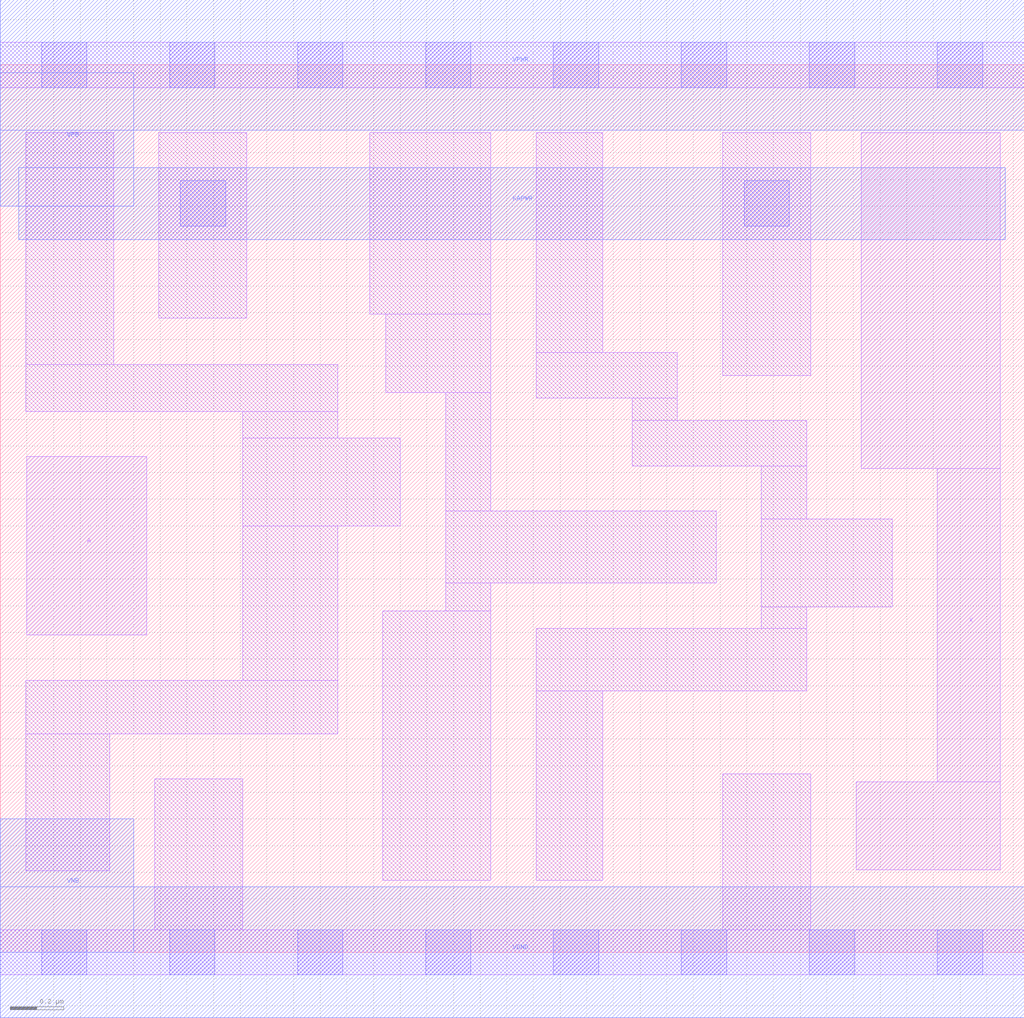
<source format=lef>
# Copyright 2020 The SkyWater PDK Authors
#
# Licensed under the Apache License, Version 2.0 (the "License");
# you may not use this file except in compliance with the License.
# You may obtain a copy of the License at
#
#     https://www.apache.org/licenses/LICENSE-2.0
#
# Unless required by applicable law or agreed to in writing, software
# distributed under the License is distributed on an "AS IS" BASIS,
# WITHOUT WARRANTIES OR CONDITIONS OF ANY KIND, either express or implied.
# See the License for the specific language governing permissions and
# limitations under the License.
#
# SPDX-License-Identifier: Apache-2.0

VERSION 5.5 ;
NAMESCASESENSITIVE ON ;
BUSBITCHARS "[]" ;
DIVIDERCHAR "/" ;
MACRO sky130_fd_sc_lp__dlybuf4s50kapwr_1
  CLASS CORE ;
  SOURCE USER ;
  ORIGIN  0.000000  0.000000 ;
  SIZE  3.840000 BY  3.330000 ;
  SYMMETRY X Y ;
  SITE unit ;
  PIN A
    ANTENNAGATEAREA  0.252000 ;
    DIRECTION INPUT ;
    USE SIGNAL ;
    PORT
      LAYER li1 ;
        RECT 0.100000 1.190000 0.550000 1.860000 ;
    END
  END A
  PIN X
    ANTENNADIFFAREA  0.445200 ;
    DIRECTION OUTPUT ;
    USE SIGNAL ;
    PORT
      LAYER li1 ;
        RECT 3.210000 0.310000 3.750000 0.640000 ;
        RECT 3.230000 1.815000 3.750000 3.075000 ;
        RECT 3.515000 0.640000 3.750000 1.815000 ;
    END
  END X
  PIN KAPWR
    DIRECTION INOUT ;
    USE POWER ;
    PORT
      LAYER met1 ;
        RECT 0.070000 2.675000 3.770000 2.945000 ;
    END
  END KAPWR
  PIN VGND
    DIRECTION INOUT ;
    USE GROUND ;
    PORT
      LAYER met1 ;
        RECT 0.000000 -0.245000 3.840000 0.245000 ;
    END
  END VGND
  PIN VNB
    DIRECTION INOUT ;
    USE GROUND ;
    PORT
      LAYER met1 ;
        RECT 0.000000 0.000000 0.500000 0.500000 ;
    END
  END VNB
  PIN VPB
    DIRECTION INOUT ;
    USE POWER ;
    PORT
      LAYER met1 ;
        RECT 0.000000 2.800000 0.500000 3.300000 ;
    END
  END VPB
  PIN VPWR
    DIRECTION INOUT ;
    USE POWER ;
    PORT
      LAYER met1 ;
        RECT 0.000000 3.085000 3.840000 3.575000 ;
    END
  END VPWR
  OBS
    LAYER li1 ;
      RECT 0.000000 -0.085000 3.840000 0.085000 ;
      RECT 0.000000  3.245000 3.840000 3.415000 ;
      RECT 0.095000  0.305000 0.410000 0.820000 ;
      RECT 0.095000  0.820000 1.265000 1.020000 ;
      RECT 0.095000  2.030000 1.265000 2.205000 ;
      RECT 0.095000  2.205000 0.425000 3.075000 ;
      RECT 0.580000  0.085000 0.910000 0.650000 ;
      RECT 0.595000  2.380000 0.925000 3.075000 ;
      RECT 0.910000  1.020000 1.265000 1.600000 ;
      RECT 0.910000  1.600000 1.500000 1.930000 ;
      RECT 0.910000  1.930000 1.265000 2.030000 ;
      RECT 1.385000  2.395000 1.840000 3.075000 ;
      RECT 1.435000  0.270000 1.840000 1.280000 ;
      RECT 1.445000  2.100000 1.840000 2.395000 ;
      RECT 1.670000  1.280000 1.840000 1.385000 ;
      RECT 1.670000  1.385000 2.685000 1.655000 ;
      RECT 1.670000  1.655000 1.840000 2.100000 ;
      RECT 2.010000  0.270000 2.260000 0.980000 ;
      RECT 2.010000  0.980000 3.025000 1.215000 ;
      RECT 2.010000  2.080000 2.540000 2.250000 ;
      RECT 2.010000  2.250000 2.260000 3.075000 ;
      RECT 2.370000  1.825000 3.025000 1.995000 ;
      RECT 2.370000  1.995000 2.540000 2.080000 ;
      RECT 2.710000  0.085000 3.040000 0.670000 ;
      RECT 2.710000  2.165000 3.040000 3.075000 ;
      RECT 2.855000  1.215000 3.025000 1.295000 ;
      RECT 2.855000  1.295000 3.345000 1.625000 ;
      RECT 2.855000  1.625000 3.025000 1.825000 ;
    LAYER mcon ;
      RECT 0.155000 -0.085000 0.325000 0.085000 ;
      RECT 0.155000  3.245000 0.325000 3.415000 ;
      RECT 0.635000 -0.085000 0.805000 0.085000 ;
      RECT 0.635000  3.245000 0.805000 3.415000 ;
      RECT 0.675000  2.725000 0.845000 2.895000 ;
      RECT 1.115000 -0.085000 1.285000 0.085000 ;
      RECT 1.115000  3.245000 1.285000 3.415000 ;
      RECT 1.595000 -0.085000 1.765000 0.085000 ;
      RECT 1.595000  3.245000 1.765000 3.415000 ;
      RECT 2.075000 -0.085000 2.245000 0.085000 ;
      RECT 2.075000  3.245000 2.245000 3.415000 ;
      RECT 2.555000 -0.085000 2.725000 0.085000 ;
      RECT 2.555000  3.245000 2.725000 3.415000 ;
      RECT 2.790000  2.725000 2.960000 2.895000 ;
      RECT 3.035000 -0.085000 3.205000 0.085000 ;
      RECT 3.035000  3.245000 3.205000 3.415000 ;
      RECT 3.515000 -0.085000 3.685000 0.085000 ;
      RECT 3.515000  3.245000 3.685000 3.415000 ;
  END
END sky130_fd_sc_lp__dlybuf4s50kapwr_1
END LIBRARY

</source>
